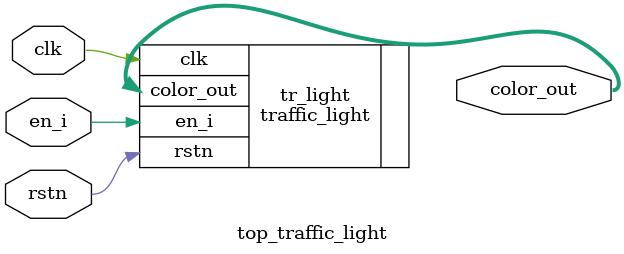
<source format=sv>
module top_traffic_light #(
    parameter GREEN_ON      =   40  ,
    parameter YELLOW_ON     =   5   ,
    parameter RED_ON        =   15  ,   
    parameter BLINKING      =   3
)
(
    input           clk             ,
    input           rstn            ,
    input           en_i            ,
    output  [2:0]   color_out 
);


    traffic_light #(
    .GREEN_ON       (GREEN_ON   )   ,
    .YELLOW_ON      (YELLOW_ON  )   ,
    .RED_ON         (RED_ON     )   ,
    .BLINKING       (BLINKING   )    
    )
    tr_light
    (
    .clk            (clk        )   ,
    .rstn           (rstn       )   ,
    .en_i           (en_i       )   ,
    .color_out      (color_out  )     
    );



endmodule
</source>
